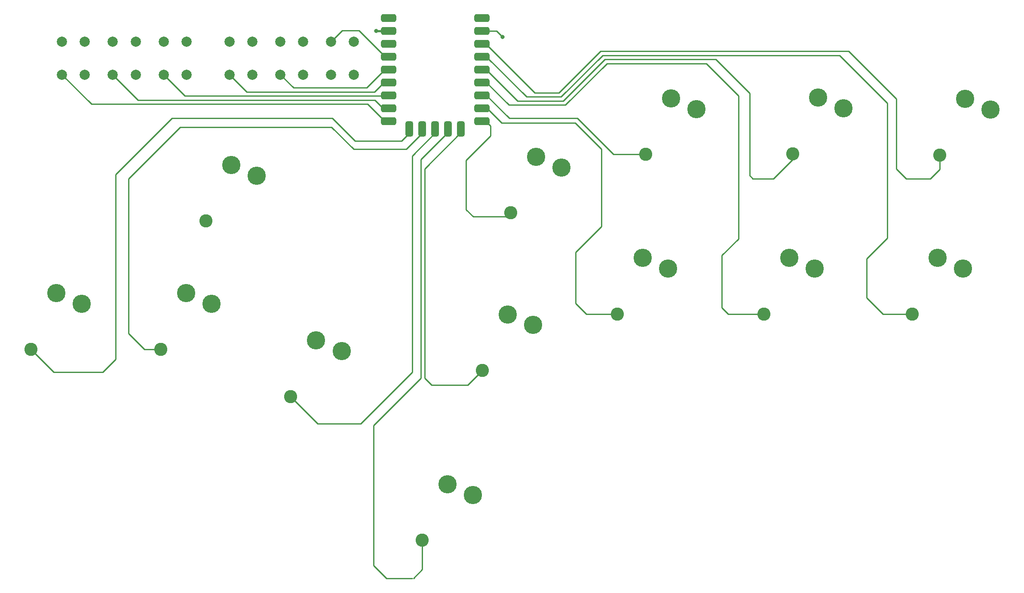
<source format=gtl>
%TF.GenerationSoftware,KiCad,Pcbnew,7.0.1*%
%TF.CreationDate,2023-09-07T11:56:16+03:00*%
%TF.ProjectId,Flatbox-Dual,466c6174-626f-4782-9d44-75616c2e6b69,rev?*%
%TF.SameCoordinates,Original*%
%TF.FileFunction,Copper,L1,Top*%
%TF.FilePolarity,Positive*%
%FSLAX46Y46*%
G04 Gerber Fmt 4.6, Leading zero omitted, Abs format (unit mm)*
G04 Created by KiCad (PCBNEW 7.0.1) date 2023-09-07 11:56:16*
%MOMM*%
%LPD*%
G01*
G04 APERTURE LIST*
G04 Aperture macros list*
%AMRoundRect*
0 Rectangle with rounded corners*
0 $1 Rounding radius*
0 $2 $3 $4 $5 $6 $7 $8 $9 X,Y pos of 4 corners*
0 Add a 4 corners polygon primitive as box body*
4,1,4,$2,$3,$4,$5,$6,$7,$8,$9,$2,$3,0*
0 Add four circle primitives for the rounded corners*
1,1,$1+$1,$2,$3*
1,1,$1+$1,$4,$5*
1,1,$1+$1,$6,$7*
1,1,$1+$1,$8,$9*
0 Add four rect primitives between the rounded corners*
20,1,$1+$1,$2,$3,$4,$5,0*
20,1,$1+$1,$4,$5,$6,$7,0*
20,1,$1+$1,$6,$7,$8,$9,0*
20,1,$1+$1,$8,$9,$2,$3,0*%
G04 Aperture macros list end*
%TA.AperFunction,ComponentPad*%
%ADD10C,2.600000*%
%TD*%
%TA.AperFunction,ComponentPad*%
%ADD11C,3.600000*%
%TD*%
%TA.AperFunction,ComponentPad*%
%ADD12C,2.000000*%
%TD*%
%TA.AperFunction,SMDPad,CuDef*%
%ADD13RoundRect,0.381000X1.119000X0.381000X-1.119000X0.381000X-1.119000X-0.381000X1.119000X-0.381000X0*%
%TD*%
%TA.AperFunction,SMDPad,CuDef*%
%ADD14RoundRect,0.381000X-0.381000X1.119000X-0.381000X-1.119000X0.381000X-1.119000X0.381000X1.119000X0*%
%TD*%
%TA.AperFunction,SMDPad,CuDef*%
%ADD15RoundRect,0.381000X0.381000X-1.119000X0.381000X1.119000X-0.381000X1.119000X-0.381000X-1.119000X0*%
%TD*%
%TA.AperFunction,ViaPad*%
%ADD16C,0.800000*%
%TD*%
%TA.AperFunction,Conductor*%
%ADD17C,0.381000*%
%TD*%
%TA.AperFunction,Conductor*%
%ADD18C,0.254000*%
%TD*%
G04 APERTURE END LIST*
D10*
X74965350Y-97133150D03*
D11*
X79965350Y-86083150D03*
X84965350Y-88183150D03*
D10*
X100551488Y-106443070D03*
D11*
X105551488Y-95393070D03*
X110551488Y-97493070D03*
D10*
X126420000Y-134770000D03*
D11*
X131420000Y-123720000D03*
X136420000Y-125820000D03*
D10*
X143860000Y-70260000D03*
D11*
X148860000Y-59210000D03*
X153860000Y-61310000D03*
D10*
X170420000Y-58730000D03*
D11*
X175420000Y-47680000D03*
X180420000Y-49780000D03*
D10*
X199390000Y-58610000D03*
D11*
X204390000Y-47560000D03*
X209390000Y-49660000D03*
D10*
X228360000Y-58850000D03*
D11*
X233360000Y-47800000D03*
X238360000Y-49900000D03*
D10*
X138250000Y-101300000D03*
D11*
X143250000Y-90250000D03*
X148250000Y-92350000D03*
D10*
X164860000Y-90190000D03*
D11*
X169860000Y-79140000D03*
X174860000Y-81240000D03*
D10*
X193710000Y-90190000D03*
D11*
X198710000Y-79140000D03*
X203710000Y-81240000D03*
D10*
X222920000Y-90190000D03*
D11*
X227920000Y-79140000D03*
X232920000Y-81240000D03*
D10*
X49385121Y-97133150D03*
D11*
X54385121Y-86083150D03*
X59385121Y-88183150D03*
D12*
X88500000Y-43000000D03*
X88500000Y-36500000D03*
X93000000Y-43000000D03*
X93000000Y-36500000D03*
X65500000Y-43000000D03*
X65500000Y-36500000D03*
X70000000Y-43000000D03*
X70000000Y-36500000D03*
X98500000Y-43000000D03*
X98500000Y-36500000D03*
X103000000Y-43000000D03*
X103000000Y-36500000D03*
X55500000Y-43000000D03*
X55500000Y-36500000D03*
X60000000Y-43000000D03*
X60000000Y-36500000D03*
X75500000Y-43000000D03*
X75500000Y-36500000D03*
X80000000Y-43000000D03*
X80000000Y-36500000D03*
X108500000Y-43000000D03*
X108500000Y-36500000D03*
X113000000Y-43000000D03*
X113000000Y-36500000D03*
D13*
X138160000Y-31840000D03*
X138160000Y-34380000D03*
X138160000Y-36920000D03*
X138160000Y-39460000D03*
X138160000Y-42000000D03*
X138160000Y-44540000D03*
X138160000Y-47080000D03*
X138160000Y-49620000D03*
X138160000Y-52160000D03*
D14*
X134080000Y-53700000D03*
X131540000Y-53700000D03*
X129000000Y-53700000D03*
X126460000Y-53700000D03*
D15*
X123920000Y-53700000D03*
D13*
X119840000Y-52160000D03*
X119840000Y-49620000D03*
X119840000Y-47080000D03*
X119840000Y-44540000D03*
X119840000Y-42000000D03*
X119840000Y-39460000D03*
X119840000Y-36920000D03*
X119840000Y-31840000D03*
X119840000Y-34380000D03*
D10*
X83811691Y-71848889D03*
D11*
X88811691Y-60798889D03*
X93811691Y-62898889D03*
D16*
X117400000Y-34400000D03*
X142240000Y-35560000D03*
D17*
X117420000Y-34380000D02*
X117400000Y-34400000D01*
X119840000Y-34380000D02*
X117420000Y-34380000D01*
D18*
X113200000Y-56100000D02*
X108700000Y-51600000D01*
X63500000Y-101600000D02*
X53851971Y-101600000D01*
X77150000Y-51600000D02*
X66040000Y-62710000D01*
X122400000Y-56100000D02*
X113200000Y-56100000D01*
X53851971Y-101600000D02*
X49385121Y-97133150D01*
X66040000Y-62710000D02*
X66040000Y-99060000D01*
X108700000Y-51600000D02*
X77150000Y-51600000D01*
X66040000Y-99060000D02*
X63500000Y-101600000D01*
X123920000Y-53700000D02*
X123920000Y-54580000D01*
X123920000Y-54580000D02*
X122400000Y-56100000D01*
X78740000Y-53340000D02*
X68580000Y-63500000D01*
X123300000Y-57700000D02*
X112950000Y-57700000D01*
X68580000Y-63500000D02*
X68580000Y-93980000D01*
X68580000Y-93980000D02*
X71733150Y-97133150D01*
X126460000Y-54540000D02*
X123300000Y-57700000D01*
X71733150Y-97133150D02*
X74965350Y-97133150D01*
X108590000Y-53340000D02*
X78740000Y-53340000D01*
X112950000Y-57700000D02*
X108590000Y-53340000D01*
X126460000Y-53700000D02*
X126460000Y-54540000D01*
X129000000Y-54500000D02*
X124460000Y-59040000D01*
X124460000Y-59040000D02*
X124460000Y-101600000D01*
X105868418Y-111760000D02*
X100551488Y-106443070D01*
X124460000Y-101600000D02*
X114300000Y-111760000D01*
X129000000Y-53700000D02*
X129000000Y-54500000D01*
X114300000Y-111760000D02*
X105868418Y-111760000D01*
X126145990Y-59754010D02*
X126145990Y-102804010D01*
X116840000Y-112110000D02*
X116840000Y-139700000D01*
X124700000Y-142240000D02*
X126420000Y-140520000D01*
X119380000Y-142240000D02*
X124460000Y-142240000D01*
X131540000Y-53700000D02*
X131540000Y-54360000D01*
X126145990Y-102804010D02*
X116840000Y-112110000D01*
X126420000Y-140520000D02*
X126420000Y-134770000D01*
X116840000Y-139700000D02*
X119380000Y-142240000D01*
X131540000Y-54360000D02*
X126145990Y-59754010D01*
X228360000Y-61630000D02*
X228360000Y-58850000D01*
X226490000Y-63500000D02*
X228360000Y-61630000D01*
X219800000Y-47750000D02*
X219800000Y-61550000D01*
X138920000Y-36920000D02*
X148600000Y-46600000D01*
X153375000Y-46600000D02*
X161575000Y-38400000D01*
X161575000Y-38400000D02*
X210450000Y-38400000D01*
X210450000Y-38400000D02*
X219800000Y-47750000D01*
X221750000Y-63500000D02*
X226490000Y-63500000D01*
X148600000Y-46600000D02*
X153375000Y-46600000D01*
X219800000Y-61550000D02*
X221750000Y-63500000D01*
X138160000Y-36920000D02*
X138920000Y-36920000D01*
X191550000Y-63500000D02*
X195580000Y-63500000D01*
X162400000Y-40000000D02*
X184250000Y-40000000D01*
X184250000Y-40000000D02*
X190900000Y-46650000D01*
X195580000Y-63500000D02*
X199390000Y-59690000D01*
X199390000Y-59690000D02*
X199390000Y-58610000D01*
X190900000Y-62850000D02*
X191550000Y-63500000D01*
X154200000Y-48200000D02*
X162400000Y-40000000D01*
X139000000Y-42000000D02*
X145200000Y-48200000D01*
X145200000Y-48200000D02*
X154200000Y-48200000D01*
X190900000Y-46650000D02*
X190900000Y-62850000D01*
X138160000Y-47080000D02*
X139080000Y-47080000D01*
X164130000Y-58730000D02*
X170420000Y-58730000D01*
X143600000Y-51600000D02*
X157000000Y-51600000D01*
X139080000Y-47080000D02*
X143600000Y-51600000D01*
X157000000Y-51600000D02*
X164130000Y-58730000D01*
X138960000Y-52160000D02*
X139900000Y-53100000D01*
X136510000Y-71010000D02*
X143110000Y-71010000D01*
X138160000Y-52160000D02*
X138960000Y-52160000D01*
X135100000Y-59900000D02*
X135100000Y-69600000D01*
X139900000Y-55100000D02*
X135100000Y-59900000D01*
X135100000Y-69600000D02*
X136510000Y-71010000D01*
X139900000Y-53100000D02*
X139900000Y-55100000D01*
X143110000Y-71010000D02*
X143860000Y-70260000D01*
X156650000Y-78050000D02*
X156650000Y-88070000D01*
X158770000Y-90190000D02*
X164860000Y-90190000D01*
X156525000Y-52500000D02*
X161750000Y-57725000D01*
X138160000Y-49620000D02*
X139220000Y-49620000D01*
X156650000Y-88070000D02*
X158770000Y-90190000D01*
X139220000Y-49620000D02*
X142100000Y-52500000D01*
X161750000Y-72950000D02*
X156650000Y-78050000D01*
X142100000Y-52500000D02*
X156525000Y-52500000D01*
X161750000Y-57725000D02*
X161750000Y-72950000D01*
X128290000Y-104140000D02*
X135410000Y-104140000D01*
X135410000Y-104140000D02*
X138250000Y-101300000D01*
X126950000Y-102800000D02*
X128290000Y-104140000D01*
X134080000Y-53700000D02*
X134080000Y-54420000D01*
X126950000Y-61550000D02*
X126950000Y-102800000D01*
X134080000Y-54420000D02*
X126950000Y-61550000D01*
X185420000Y-78630000D02*
X185420000Y-88900000D01*
X188700000Y-75350000D02*
X185420000Y-78630000D01*
X186710000Y-90190000D02*
X193710000Y-90190000D01*
X154600000Y-49000000D02*
X162800000Y-40800000D01*
X182350000Y-40800000D02*
X188700000Y-47150000D01*
X139040000Y-44540000D02*
X143500000Y-49000000D01*
X188700000Y-47150000D02*
X188700000Y-75350000D01*
X162800000Y-40800000D02*
X182350000Y-40800000D01*
X143500000Y-49000000D02*
X154600000Y-49000000D01*
X185420000Y-88900000D02*
X186710000Y-90190000D01*
X138160000Y-44540000D02*
X139040000Y-44540000D01*
X138160000Y-39460000D02*
X139060000Y-39460000D01*
X208600000Y-39200000D02*
X218000000Y-48600000D01*
X139060000Y-39460000D02*
X147000000Y-47400000D01*
X218000000Y-48600000D02*
X218000000Y-75250000D01*
X153800000Y-47400000D02*
X162000000Y-39200000D01*
X218000000Y-75250000D02*
X214000000Y-79250000D01*
X217190000Y-90190000D02*
X222920000Y-90190000D01*
X214000000Y-79250000D02*
X214000000Y-87000000D01*
X147000000Y-47400000D02*
X153800000Y-47400000D01*
X162000000Y-39200000D02*
X208600000Y-39200000D01*
X214000000Y-87000000D02*
X217190000Y-90190000D01*
X119840000Y-52160000D02*
X119060000Y-52160000D01*
X115700000Y-48800000D02*
X61300000Y-48800000D01*
X61300000Y-48800000D02*
X55500000Y-43000000D01*
X119060000Y-52160000D02*
X115700000Y-48800000D01*
X70500000Y-48000000D02*
X65500000Y-43000000D01*
X118720000Y-49620000D02*
X117100000Y-48000000D01*
X119840000Y-49620000D02*
X118720000Y-49620000D01*
X117100000Y-48000000D02*
X70500000Y-48000000D01*
X119840000Y-47080000D02*
X119720000Y-47200000D01*
X79700000Y-47200000D02*
X75500000Y-43000000D01*
X119720000Y-47200000D02*
X79700000Y-47200000D01*
X91900000Y-46400000D02*
X88500000Y-43000000D01*
X117050000Y-46400000D02*
X91900000Y-46400000D01*
X118910000Y-44540000D02*
X117050000Y-46400000D01*
X119840000Y-44540000D02*
X118910000Y-44540000D01*
X119840000Y-42000000D02*
X119100000Y-42000000D01*
X101100000Y-45600000D02*
X98500000Y-43000000D01*
X119100000Y-42000000D02*
X115500000Y-45600000D01*
X115500000Y-45600000D02*
X101100000Y-45600000D01*
X119160000Y-39460000D02*
X119840000Y-39460000D01*
X110700000Y-34300000D02*
X114000000Y-34300000D01*
X114000000Y-34300000D02*
X119160000Y-39460000D01*
X108500000Y-36500000D02*
X110700000Y-34300000D01*
X141060000Y-34380000D02*
X138160000Y-34380000D01*
X142240000Y-35560000D02*
X141060000Y-34380000D01*
M02*

</source>
